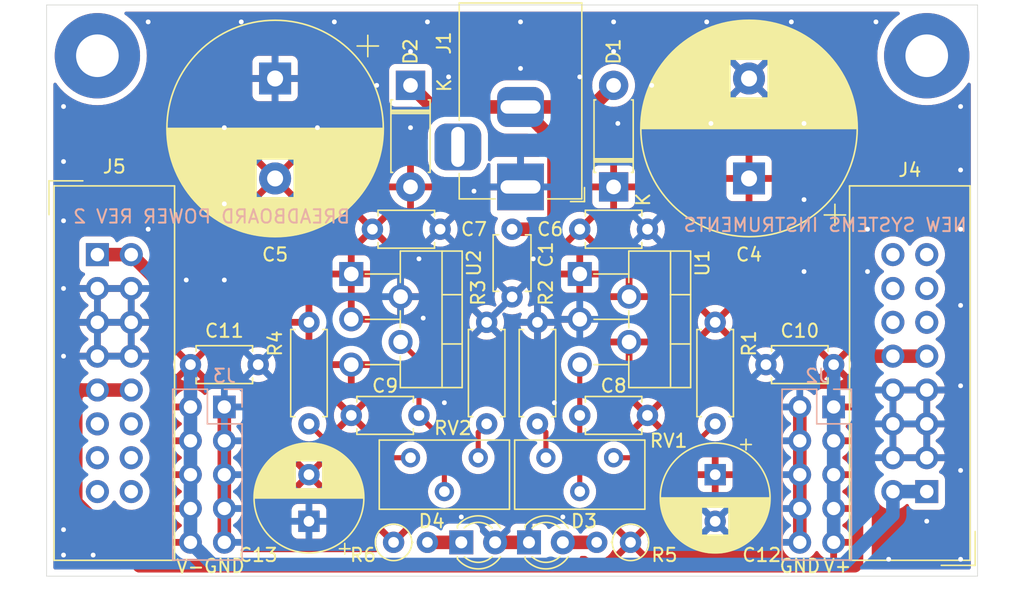
<source format=kicad_pcb>
(kicad_pcb (version 20211014) (generator pcbnew)
  (layers (0 "F.Cu" signal) (31 "B.Cu" signal) (34 "B.Paste" user) (35 "F.Paste" user) (36 "B.SilkS" user "B.Silkscreen") (37 "F.SilkS" user "F.Silkscreen") (38 "B.Mask" user) (39 "F.Mask" user) (44 "Edge.Cuts" user))
  (net 0 "")
  (net 1 "Net-(C1-Pad2)")
  (net 2 "Net-(C4-Pad1)")
  (net 3 "Net-(C5-Pad2)")
  (net 4 "Net-(C8-Pad2)")
  (net 5 "VCC")
  (net 6 "VEE")
  (net 7 "Net-(C9-Pad1)")
  (net 8 "GND")
  (net 9 "Net-(D3-Pad2)")
  (net 10 "Net-(D4-Pad1)")
  (net 11 "Net-(R1-Pad2)")
  (net 12 "Net-(R2-Pad1)")
  (net 13 "Net-(R3-Pad2)")
  (net 14 "Net-(R4-Pad1)")
  (footprint "NSI Footprints:C_Disc_D4mm_W2.6mm_P5.08mm" (layer "F.Cu") (at 1.27 1.905 90)
    (fp_text reference "C1" (at 3.175 2.54 90) (layer "F.SilkS"))
    (fp_text value "47n")
    (pad "1" thru_hole circle locked (at 0 0 90) (size 1.6 1.6) (drill 0.8) (layers *.Cu *.Mask) (net 8 "GND"))
    (pad "2" thru_hole circle locked (at 5.08 0 90) (size 1.6 1.6) (drill 0.8) (layers *.Cu *.Mask) (net 1 "Net-(C1-Pad2)"))
  )
  (footprint "Capacitor_THT:CP_Radial_D16.0mm_P7.50mm" (layer "F.Cu") (at 19.05 -6.985 90)
    (fp_text reference "C4" (at -5.715 0 180) (layer "F.SilkS"))
    (fp_text value "3300u")
    (pad "1" thru_hole rect locked (at 0 0 90) (size 2.4 2.4) (drill 1.2) (layers *.Cu *.Mask) (net 2 "Net-(C4-Pad1)"))
    (pad "2" thru_hole circle locked (at 7.5 0 90) (size 2.4 2.4) (drill 1.2) (layers *.Cu *.Mask) (net 8 "GND"))
  )
  (footprint "Capacitor_THT:CP_Radial_D16.0mm_P7.50mm" (layer "F.Cu") (at -16.51 -14.485 -90)
    (fp_text reference "C5" (at 13.215 0) (layer "F.SilkS"))
    (fp_text value "3300u")
    (pad "1" thru_hole rect locked (at 0 0 270) (size 2.4 2.4) (drill 1.2) (layers *.Cu *.Mask) (net 8 "GND"))
    (pad "2" thru_hole circle locked (at 7.5 0 270) (size 2.4 2.4) (drill 1.2) (layers *.Cu *.Mask) (net 3 "Net-(C5-Pad2)"))
  )
  (footprint "NSI Footprints:C_Disc_D4mm_W2.6mm_P5.08mm" (layer "F.Cu") (at 6.35 -3.175)
    (fp_text reference "C6" (at -2.2225 0) (layer "F.SilkS"))
    (fp_text value "100n")
    (pad "1" thru_hole circle locked (at 0 0) (size 1.6 1.6) (drill 0.8) (layers *.Cu *.Mask) (net 2 "Net-(C4-Pad1)"))
    (pad "2" thru_hole circle locked (at 5.08 0) (size 1.6 1.6) (drill 0.8) (layers *.Cu *.Mask) (net 8 "GND"))
  )
  (footprint "NSI Footprints:C_Disc_D4mm_W2.6mm_P5.08mm" (layer "F.Cu") (at -4.1275 -3.175 180)
    (fp_text reference "C7" (at -2.54 0 180) (layer "F.SilkS"))
    (fp_text value "100n")
    (pad "1" thru_hole circle locked (at 0 0 180) (size 1.6 1.6) (drill 0.8) (layers *.Cu *.Mask) (net 8 "GND"))
    (pad "2" thru_hole circle locked (at 5.08 0 180) (size 1.6 1.6) (drill 0.8) (layers *.Cu *.Mask) (net 3 "Net-(C5-Pad2)"))
  )
  (footprint "NSI Footprints:C_Disc_D4mm_W2.6mm_P5.08mm" (layer "F.Cu") (at 11.43 10.795 180)
    (fp_text reference "C8" (at 2.54 2.2225 180) (layer "F.SilkS"))
    (fp_text value "100n")
    (pad "1" thru_hole circle locked (at 0 0 180) (size 1.6 1.6) (drill 0.8) (layers *.Cu *.Mask) (net 5 "VCC"))
    (pad "2" thru_hole circle locked (at 5.08 0 180) (size 1.6 1.6) (drill 0.8) (layers *.Cu *.Mask) (net 4 "Net-(C8-Pad2)"))
  )
  (footprint "NSI Footprints:C_Disc_D4mm_W2.6mm_P5.08mm" (layer "F.Cu") (at -5.715 10.795 180)
    (fp_text reference "C9" (at 2.54 2.2225 180) (layer "F.SilkS"))
    (fp_text value "100n")
    (pad "1" thru_hole circle locked (at 0 0 180) (size 1.6 1.6) (drill 0.8) (layers *.Cu *.Mask) (net 7 "Net-(C9-Pad1)"))
    (pad "2" thru_hole circle locked (at 5.08 0 180) (size 1.6 1.6) (drill 0.8) (layers *.Cu *.Mask) (net 6 "VEE"))
  )
  (footprint "NSI Footprints:C_Disc_D4mm_W2.6mm_P5.08mm" (layer "F.Cu") (at 25.4 6.985 180)
    (fp_text reference "C10" (at 2.54 2.54 180) (layer "F.SilkS"))
    (fp_text value "100n")
    (pad "1" thru_hole circle locked (at 0 0 180) (size 1.6 1.6) (drill 0.8) (layers *.Cu *.Mask) (net 5 "VCC"))
    (pad "2" thru_hole circle locked (at 5.08 0 180) (size 1.6 1.6) (drill 0.8) (layers *.Cu *.Mask) (net 8 "GND"))
  )
  (footprint "NSI Footprints:C_Disc_D4mm_W2.6mm_P5.08mm" (layer "F.Cu") (at -17.78 6.985 180)
    (fp_text reference "C11" (at 2.54 2.54 180) (layer "F.SilkS"))
    (fp_text value "100n")
    (pad "1" thru_hole circle locked (at 0 0 180) (size 1.6 1.6) (drill 0.8) (layers *.Cu *.Mask) (net 8 "GND"))
    (pad "2" thru_hole circle locked (at 5.08 0 180) (size 1.6 1.6) (drill 0.8) (layers *.Cu *.Mask) (net 6 "VEE"))
  )
  (footprint "Capacitor_THT:CP_Radial_D8.0mm_P3.50mm" (layer "F.Cu") (at 16.51 15.24 -90)
    (fp_text reference "C12" (at 6.0325 -3.4925) (layer "F.SilkS"))
    (fp_text value "220u")
    (pad "1" thru_hole rect locked (at 0 0 270) (size 1.6 1.6) (drill 0.8) (layers *.Cu *.Mask) (net 5 "VCC"))
    (pad "2" thru_hole circle locked (at 3.5 0 270) (size 1.6 1.6) (drill 0.8) (layers *.Cu *.Mask) (net 8 "GND"))
  )
  (footprint "Capacitor_THT:CP_Radial_D8.0mm_P3.50mm" (layer "F.Cu") (at -13.97 18.74 90)
    (fp_text reference "C13" (at -2.5325 -3.81 180) (layer "F.SilkS"))
    (fp_text value "220u")
    (pad "1" thru_hole rect locked (at 0 0 90) (size 1.6 1.6) (drill 0.8) (layers *.Cu *.Mask) (net 8 "GND"))
    (pad "2" thru_hole circle locked (at 3.5 0 90) (size 1.6 1.6) (drill 0.8) (layers *.Cu *.Mask) (net 6 "VEE"))
  )
  (footprint "Diode_THT:D_DO-41_SOD81_P7.62mm_Horizontal" (layer "F.Cu") (at 8.89 -6.35 90)
    (fp_text reference "D1" (at 10.16 0 90) (layer "F.SilkS"))
    (fp_text value "1N5822")
    (fp_text user "K" (at -0.9525 2.2225 90) (layer "F.SilkS"))
    (pad "1" thru_hole rect locked (at 0 0 90) (size 2.2 2.2) (drill 1.1) (layers *.Cu *.Mask) (net 2 "Net-(C4-Pad1)"))
    (pad "2" thru_hole oval locked (at 7.62 0 90) (size 2.2 2.2) (drill 1.1) (layers *.Cu *.Mask) (net 1 "Net-(C1-Pad2)"))
  )
  (footprint "Diode_THT:D_DO-41_SOD81_P7.62mm_Horizontal" (layer "F.Cu") (at -6.35 -13.97 -90)
    (fp_text reference "D2" (at -2.54 0 -90) (layer "F.SilkS"))
    (fp_text value "1N5822")
    (fp_text user "K" (at 0 -2.54 -90) (layer "F.SilkS"))
    (pad "1" thru_hole rect locked (at 0 0 270) (size 2.2 2.2) (drill 1.1) (layers *.Cu *.Mask) (net 1 "Net-(C1-Pad2)"))
    (pad "2" thru_hole oval locked (at 7.62 0 270) (size 2.2 2.2) (drill 1.1) (layers *.Cu *.Mask) (net 3 "Net-(C5-Pad2)"))
  )
  (footprint "LED_THT:LED_D3.0mm" (layer "F.Cu") (at 3.81 20.32)
    (fp_text reference "D3" (at 2.8575 -1.5875) (layer "F.SilkS"))
    (fp_text value "WP710A10LSECK/J3")
    (pad "1" thru_hole rect locked (at -1.27 0) (size 1.8 1.8) (drill 0.9) (layers *.Cu *.Mask) (net 8 "GND"))
    (pad "2" thru_hole circle locked (at 1.27 0) (size 1.8 1.8) (drill 0.9) (layers *.Cu *.Mask) (net 9 "Net-(D3-Pad2)"))
  )
  (footprint "LED_THT:LED_D3.0mm" (layer "F.Cu") (at -1.27 20.32)
    (fp_text reference "D4" (at -3.4925 -1.5875) (layer "F.SilkS"))
    (fp_text value "WP710A10LVBC/D")
    (pad "1" thru_hole rect locked (at -1.27 0) (size 1.8 1.8) (drill 0.9) (layers *.Cu *.Mask) (net 10 "Net-(D4-Pad1)"))
    (pad "2" thru_hole circle locked (at 1.27 0) (size 1.8 1.8) (drill 0.9) (layers *.Cu *.Mask) (net 8 "GND"))
  )
  (footprint "Connector_BarrelJack:BarrelJack_Horizontal" (layer "F.Cu") (at 1.905 -6.35 -90)
    (fp_text reference "J1" (at -10.795 5.75 -90) (layer "F.SilkS"))
    (fp_text value "Barrel_Jack")
    (pad "1" thru_hole rect locked (at 0 0 270) (size 3.5 3.5) (drill oval 1 3) (layers *.Cu *.Mask) (net 8 "GND"))
    (pad "2" thru_hole roundrect locked (at -6 0 270) (size 3 3.5) (drill oval 1 3) (layers *.Cu *.Mask) (net 1 "Net-(C1-Pad2)"))
    (pad "3" thru_hole roundrect locked (at -3 4.7 270) (size 3.5 3.5) (drill oval 3 1) (layers *.Cu *.Mask))
  )
  (footprint "Resistor_THT:R_Axial_DIN0207_L6.3mm_D2.5mm_P7.62mm_Horizontal" (layer "F.Cu") (at 16.51 3.81 -90)
    (fp_text reference "R1" (at 1.5875 -2.54 -90) (layer "F.SilkS"))
    (fp_text value "150k")
    (pad "1" thru_hole circle locked (at 0 0 270) (size 1.6 1.6) (drill 0.8) (layers *.Cu *.Mask) (net 5 "VCC"))
    (pad "2" thru_hole oval locked (at 7.62 0 270) (size 1.6 1.6) (drill 0.8) (layers *.Cu *.Mask) (net 11 "Net-(R1-Pad2)"))
  )
  (footprint "Resistor_THT:R_Axial_DIN0207_L6.3mm_D2.5mm_P7.62mm_Horizontal" (layer "F.Cu") (at 3.175 11.43 90)
    (fp_text reference "R2" (at 9.8425 0.635 90) (layer "F.SilkS"))
    (fp_text value "13k")
    (pad "1" thru_hole circle locked (at 0 0 90) (size 1.6 1.6) (drill 0.8) (layers *.Cu *.Mask) (net 12 "Net-(R2-Pad1)"))
    (pad "2" thru_hole oval locked (at 7.62 0 90) (size 1.6 1.6) (drill 0.8) (layers *.Cu *.Mask) (net 8 "GND"))
  )
  (footprint "Resistor_THT:R_Axial_DIN0207_L6.3mm_D2.5mm_P7.62mm_Horizontal" (layer "F.Cu") (at -0.635 3.81 -90)
    (fp_text reference "R3" (at -2.2225 0.635 -90) (layer "F.SilkS"))
    (fp_text value "13k")
    (pad "1" thru_hole circle locked (at 0 0 270) (size 1.6 1.6) (drill 0.8) (layers *.Cu *.Mask) (net 8 "GND"))
    (pad "2" thru_hole oval locked (at 7.62 0 270) (size 1.6 1.6) (drill 0.8) (layers *.Cu *.Mask) (net 13 "Net-(R3-Pad2)"))
  )
  (footprint "Resistor_THT:R_Axial_DIN0207_L6.3mm_D2.5mm_P7.62mm_Horizontal" (layer "F.Cu") (at -13.97 11.43 90)
    (fp_text reference "R4" (at 6.0325 -2.54 90) (layer "F.SilkS"))
    (fp_text value "160k")
    (pad "1" thru_hole circle locked (at 0 0 90) (size 1.6 1.6) (drill 0.8) (layers *.Cu *.Mask) (net 14 "Net-(R4-Pad1)"))
    (pad "2" thru_hole oval locked (at 7.62 0 90) (size 1.6 1.6) (drill 0.8) (layers *.Cu *.Mask) (net 6 "VEE"))
  )
  (footprint "Resistor_THT:R_Axial_DIN0207_L6.3mm_D2.5mm_P2.54mm_Vertical" (layer "F.Cu") (at 10.16 20.32 180)
    (fp_text reference "R5" (at -2.54 -0.9525 180) (layer "F.SilkS"))
    (fp_text value "5.1k")
    (pad "1" thru_hole circle locked (at 0 0 180) (size 1.6 1.6) (drill 0.8) (layers *.Cu *.Mask) (net 5 "VCC"))
    (pad "2" thru_hole oval locked (at 2.54 0 180) (size 1.6 1.6) (drill 0.8) (layers *.Cu *.Mask) (net 9 "Net-(D3-Pad2)"))
  )
  (footprint "Resistor_THT:R_Axial_DIN0207_L6.3mm_D2.5mm_P2.54mm_Vertical" (layer "F.Cu") (at -7.62 20.32)
    (fp_text reference "R6" (at -2.2925 0.9525) (layer "F.SilkS"))
    (fp_text value "4.7k")
    (pad "1" thru_hole circle locked (at 0 0) (size 1.6 1.6) (drill 0.8) (layers *.Cu *.Mask) (net 6 "VEE"))
    (pad "2" thru_hole oval locked (at 2.54 0) (size 1.6 1.6) (drill 0.8) (layers *.Cu *.Mask) (net 10 "Net-(D4-Pad1)"))
  )
  (footprint "NSI Footprints:Potentiometer_TT_67Y_Vertical" (layer "F.Cu") (at 8.89 13.97)
    (fp_text reference "RV1" (at 4.1275 -1.27) (layer "F.SilkS"))
    (fp_text value "20k")
    (pad "1" thru_hole circle locked (at 0 0) (size 1.44 1.44) (drill 0.8) (layers *.Cu *.Mask) (net 11 "Net-(R1-Pad2)"))
    (pad "2" thru_hole circle locked (at -2.54 2.54) (size 1.44 1.44) (drill 0.8) (layers *.Cu *.Mask) (net 4 "Net-(C8-Pad2)"))
    (pad "3" thru_hole circle locked (at -5.08 0) (size 1.44 1.44) (drill 0.8) (layers *.Cu *.Mask) (net 12 "Net-(R2-Pad1)"))
  )
  (footprint "NSI Footprints:Potentiometer_TT_67Y_Vertical" (layer "F.Cu") (at -1.27 13.97)
    (fp_text reference "RV2" (at -1.905 -2.2225) (layer "F.SilkS"))
    (fp_text value "20k")
    (pad "1" thru_hole circle locked (at 0 0) (size 1.44 1.44) (drill 0.8) (layers *.Cu *.Mask) (net 13 "Net-(R3-Pad2)"))
    (pad "2" thru_hole circle locked (at -2.54 2.54) (size 1.44 1.44) (drill 0.8) (layers *.Cu *.Mask) (net 7 "Net-(C9-Pad1)"))
    (pad "3" thru_hole circle locked (at -5.08 0) (size 1.44 1.44) (drill 0.8) (layers *.Cu *.Mask) (net 14 "Net-(R4-Pad1)"))
  )
  (footprint "Package_TO_SOT_THT:TO-220-5_P3.4x3.7mm_StaggerOdd_Lead3.8mm_Vertical" (layer "F.Cu") (at 6.35 0.185 -90)
    (fp_text reference "U1" (at -0.82 -9.2075 -90) (layer "F.SilkS"))
    (fp_text value "LT1963")
    (pad "1" thru_hole rect locked (at 0 0 270) (size 1.8 1.8) (drill 1.1) (layers *.Cu *.Mask) (net 2 "Net-(C4-Pad1)"))
    (pad "2" thru_hole oval locked (at 1.7 -3.7 270) (size 1.8 1.8) (drill 1.1) (layers *.Cu *.Mask) (net 2 "Net-(C4-Pad1)"))
    (pad "3" thru_hole oval locked (at 3.4 0 270) (size 1.8 1.8) (drill 1.1) (layers *.Cu *.Mask) (net 8 "GND"))
    (pad "4" thru_hole oval locked (at 5.1 -3.7 270) (size 1.8 1.8) (drill 1.1) (layers *.Cu *.Mask) (net 5 "VCC"))
    (pad "5" thru_hole oval locked (at 6.8 0 270) (size 1.8 1.8) (drill 1.1) (layers *.Cu *.Mask) (net 4 "Net-(C8-Pad2)"))
  )
  (footprint "Package_TO_SOT_THT:TO-220-5_P3.4x3.7mm_StaggerOdd_Lead3.8mm_Vertical" (layer "F.Cu") (at -10.795 0.185 -90)
    (fp_text reference "U2" (at -0.82 -9.2075 -90) (layer "F.SilkS"))
    (fp_text value "LT3015")
    (pad "1" thru_hole rect locked (at 0 0 270) (size 1.8 1.8) (drill 1.1) (layers *.Cu *.Mask) (net 3 "Net-(C5-Pad2)"))
    (pad "2" thru_hole oval locked (at 1.7 -3.7 270) (size 1.8 1.8) (drill 1.1) (layers *.Cu *.Mask) (net 8 "GND"))
    (pad "3" thru_hole oval locked (at 3.4 0 270) (size 1.8 1.8) (drill 1.1) (layers *.Cu *.Mask) (net 3 "Net-(C5-Pad2)"))
    (pad "4" thru_hole oval locked (at 5.1 -3.7 270) (size 1.8 1.8) (drill 1.1) (layers *.Cu *.Mask) (net 7 "Net-(C9-Pad1)"))
    (pad "5" thru_hole oval locked (at 6.8 0 270) (size 1.8 1.8) (drill 1.1) (layers *.Cu *.Mask) (net 6 "VEE"))
  )
  (footprint "MountingHole:MountingHole_3.2mm_M3_Pad" (layer "F.Cu") (at -29.845 -16.1925)
    (fp_text reference "H1" hide)
    (fp_text value "M3 Standoff")
    (pad "1" thru_hole circle (at 0 0) (size 6.4 6.4) (drill 3.2) (layers *.Cu *.Mask))
  )
  (footprint "MountingHole:MountingHole_3.2mm_M3_Pad" (layer "F.Cu") (at 32.385 -16.1925)
    (fp_text reference "H2" hide)
    (fp_text value "M3 Standoff")
    (pad "1" thru_hole circle (at 0 0) (size 6.4 6.4) (drill 3.2) (layers *.Cu *.Mask))
  )
  (footprint "Connector_IDC:IDC-Header_2x08_P2.54mm_Vertical" (layer "F.Cu") (at 32.385 16.51 180)
    (fp_text reference "J4" (at 1.27 24.13 180) (layer "F.SilkS"))
    (fp_text value "Conn_02x08_Odd_Even")
    (pad "1" thru_hole rect locked (at 0 0 180) (size 1.7272 1.7272) (drill 1.016) (layers *.Cu *.Mask) (net 6 "VEE"))
    (pad "2" thru_hole oval locked (at 2.54 0 180) (size 1.7272 1.7272) (drill 1.016) (layers *.Cu *.Mask) (net 6 "VEE"))
    (pad "3" thru_hole oval locked (at 0 2.54 180) (size 1.7272 1.7272) (drill 1.016) (layers *.Cu *.Mask) (net 8 "GND"))
    (pad "4" thru_hole oval locked (at 2.54 2.54 180) (size 1.7272 1.7272) (drill 1.016) (layers *.Cu *.Mask) (net 8 "GND"))
    (pad "5" thru_hole oval locked (at 0 5.08 180) (size 1.7272 1.7272) (drill 1.016) (layers *.Cu *.Mask) (net 8 "GND"))
    (pad "6" thru_hole oval locked (at 2.54 5.08 180) (size 1.7272 1.7272) (drill 1.016) (layers *.Cu *.Mask) (net 8 "GND"))
    (pad "7" thru_hole oval locked (at 0 7.62 180) (size 1.7272 1.7272) (drill 1.016) (layers *.Cu *.Mask) (net 8 "GND"))
    (pad "8" thru_hole oval locked (at 2.54 7.62 180) (size 1.7272 1.7272) (drill 1.016) (layers *.Cu *.Mask) (net 8 "GND"))
    (pad "9" thru_hole oval locked (at 0 10.16 180) (size 1.7272 1.7272) (drill 1.016) (layers *.Cu *.Mask) (net 5 "VCC"))
    (pad "10" thru_hole oval locked (at 2.54 10.16 180) (size 1.7272 1.7272) (drill 1.016) (layers *.Cu *.Mask) (net 5 "VCC"))
    (pad "11" thru_hole oval locked (at 0 12.7 180) (size 1.7272 1.7272) (drill 1.016) (layers *.Cu *.Mask))
    (pad "12" thru_hole oval locked (at 2.54 12.7 180) (size 1.7272 1.7272) (drill 1.016) (layers *.Cu *.Mask))
    (pad "13" thru_hole oval locked (at 0 15.24 180) (size 1.7272 1.7272) (drill 1.016) (layers *.Cu *.Mask))
    (pad "14" thru_hole oval locked (at 2.54 15.24 180) (size 1.7272 1.7272) (drill 1.016) (layers *.Cu *.Mask))
    (pad "15" thru_hole oval locked (at 0 17.78 180) (size 1.7272 1.7272) (drill 1.016) (layers *.Cu *.Mask))
    (pad "16" thru_hole oval locked (at 2.54 17.78 180) (size 1.7272 1.7272) (drill 1.016) (layers *.Cu *.Mask))
  )
  (footprint "Connector_IDC:IDC-Header_2x08_P2.54mm_Vertical" (layer "F.Cu") (at -29.845 -1.27)
    (fp_text reference "J5" (at 1.27 -6.604) (layer "F.SilkS"))
    (fp_text value "Conn_02x08_Odd_Even")
    (pad "1" thru_hole rect locked (at 0 0) (size 1.7272 1.7272) (drill 1.016) (layers *.Cu *.Mask) (net 6 "VEE"))
    (pad "2" thru_hole oval locked (at 2.54 0) (size 1.7272 1.7272) (drill 1.016) (layers *.Cu *.Mask) (net 6 "VEE"))
    (pad "3" thru_hole oval locked (at 0 2.54) (size 1.7272 1.7272) (drill 1.016) (layers *.Cu *.Mask) (net 8 "GND"))
    (pad "4" thru_hole oval locked (at 2.54 2.54) (size 1.7272 1.7272) (drill 1.016) (layers *.Cu *.Mask) (net 8 "GND"))
    (pad "5" thru_hole oval locked (at 0 5.08) (size 1.7272 1.7272) (drill 1.016) (layers *.Cu *.Mask) (net 8 "GND"))
    (pad "6" thru_hole oval locked (at 2.54 5.08) (size 1.7272 1.7272) (drill 1.016) (layers *.Cu *.Mask) (net 8 "GND"))
    (pad "7" thru_hole oval locked (at 0 7.62) (size 1.7272 1.7272) (drill 1.016) (layers *.Cu *.Mask) (net 8 "GND"))
    (pad "8" thru_hole oval locked (at 2.54 7.62) (size 1.7272 1.7272) (drill 1.016) (layers *.Cu *.Mask) (net 8 "GND"))
    (pad "9" thru_hole oval locked (at 0 10.16) (size 1.7272 1.7272) (drill 1.016) (layers *.Cu *.Mask) (net 5 "VCC"))
    (pad "10" thru_hole oval locked (at 2.54 10.16) (size 1.7272 1.7272) (drill 1.016) (layers *.Cu *.Mask) (net 5 "VCC"))
    (pad "11" thru_hole oval locked (at 0 12.7) (size 1.7272 1.7272) (drill 1.016) (layers *.Cu *.Mask))
    (pad "12" thru_hole oval locked (at 2.54 12.7) (size 1.7272 1.7272) (drill 1.016) (layers *.Cu *.Mask))
    (pad "13" thru_hole oval locked (at 0 15.24) (size 1.7272 1.7272) (drill 1.016) (layers *.Cu *.Mask))
    (pad "14" thru_hole oval locked (at 2.54 15.24) (size 1.7272 1.7272) (drill 1.016) (layers *.Cu *.Mask))
    (pad "15" thru_hole oval locked (at 0 17.78) (size 1.7272 1.7272) (drill 1.016) (layers *.Cu *.Mask))
    (pad "16" thru_hole oval locked (at 2.54 17.78) (size 1.7272 1.7272) (drill 1.016) (layers *.Cu *.Mask))
  )
  (footprint "Connector_PinHeader_2.54mm:PinHeader_2x05_P2.54mm_Vertical" (layer "B.Cu") (at 25.4 10.16 180)
    (fp_text reference "J2" (at 1.27 2.33 180) (layer "B.SilkS") (effects (justify mirror)))
    (fp_text value "Conn_02x05_Odd_Even")
    (pad "1" thru_hole rect locked (at 0 0 180) (size 1.7 1.7) (drill 1) (layers *.Cu *.Mask) (net 5 "VCC"))
    (pad "2" thru_hole oval locked (at 2.54 0 180) (size 1.7 1.7) (drill 1) (layers *.Cu *.Mask) (net 8 "GND"))
    (pad "3" thru_hole oval locked (at 0 -2.54 180) (size 1.7 1.7) (drill 1) (layers *.Cu *.Mask) (net 5 "VCC"))
    (pad "4" thru_hole oval locked (at 2.54 -2.54 180) (size 1.7 1.7) (drill 1) (layers *.Cu *.Mask) (net 8 "GND"))
    (pad "5" thru_hole oval locked (at 0 -5.08 180) (size 1.7 1.7) (drill 1) (layers *.Cu *.Mask) (net 5 "VCC"))
    (pad "6" thru_hole oval locked (at 2.54 -5.08 180) (size 1.7 1.7) (drill 1) (layers *.Cu *.Mask) (net 8 "GND"))
    (pad "7" thru_hole oval locked (at 0 -7.62 180) (size 1.7 1.7) (drill 1) (layers *.Cu *.Mask) (net 5 "VCC"))
    (pad "8" thru_hole oval locked (at 2.54 -7.62 180) (size 1.7 1.7) (drill 1) (layers *.Cu *.Mask) (net 8 "GND"))
    (pad "9" thru_hole oval locked (at 0 -10.16 180) (size 1.7 1.7) (drill 1) (layers *.Cu *.Mask) (net 5 "VCC"))
    (pad "10" thru_hole oval locked (at 2.54 -10.16 180) (size 1.7 1.7) (drill 1) (layers *.Cu *.Mask) (net 8 "GND"))
  )
  (footprint "Connector_PinHeader_2.54mm:PinHeader_2x05_P2.54mm_Vertical" (layer "B.Cu") (at -20.32 10.16 180)
    (fp_text reference "J3" (at -0.0075 2.33 180) (layer "B.SilkS") (effects (justify mirror)))
    (fp_text value "Conn_02x05_Odd_Even")
    (pad "1" thru_hole rect locked (at 0 0 180) (size 1.7 1.7) (drill 1) (layers *.Cu *.Mask) (net 8 "GND"))
    (pad "2" thru_hole oval locked (at 2.54 0 180) (size 1.7 1.7) (drill 1) (layers *.Cu *.Mask) (net 6 "VEE"))
    (pad "3" thru_hole oval locked (at 0 -2.54 180) (size 1.7 1.7) (drill 1) (layers *.Cu *.Mask) (net 8 "GND"))
    (pad "4" thru_hole oval locked (at 2.54 -2.54 180) (size 1.7 1.7) (drill 1) (layers *.Cu *.Mask) (net 6 "VEE"))
    (pad "5" thru_hole oval locked (at 0 -5.08 180) (size 1.7 1.7) (drill 1) (layers *.Cu *.Mask) (net 8 "GND"))
    (pad "6" thru_hole oval locked (at 2.54 -5.08 180) (size 1.7 1.7) (drill 1) (layers *.Cu *.Mask) (net 6 "VEE"))
    (pad "7" thru_hole oval locked (at 0 -7.62 180) (size 1.7 1.7) (drill 1) (layers *.Cu *.Mask) (net 8 "GND"))
    (pad "8" thru_hole oval locked (at 2.54 -7.62 180) (size 1.7 1.7) (drill 1) (layers *.Cu *.Mask) (net 6 "VEE"))
    (pad "9" thru_hole oval locked (at 0 -10.16 180) (size 1.7 1.7) (drill 1) (layers *.Cu *.Mask) (net 8 "GND"))
    (pad "10" thru_hole oval locked (at 2.54 -10.16 180) (size 1.7 1.7) (drill 1) (layers *.Cu *.Mask) (net 6 "VEE"))
  )
  (gr_line (start -33.655 22.86) (end 36.195 22.86) (layer "Edge.Cuts") (width 0.05))
  (gr_line (start -33.655 -20.0025) (end -33.655 22.86) (layer "Edge.Cuts") (width 0.05))
  (gr_line (start 36.195 -20.0025) (end -33.655 -20.0025) (layer "Edge.Cuts") (width 0.05))
  (gr_line (start 36.195 22.86) (end 36.195 -20.0025) (layer "Edge.Cuts") (width 0.05))
  (gr_text "NEW SYSTEMS INSTRUMENTS" (at 24.765 -3.4925) (layer "B.SilkS") (effects (font (size 1 1)) (justify mirror)))
  (gr_text "BREADBOARD POWER REV 2" (at -21.2725 -4.1275) (layer "B.SilkS") (effects (font (size 1 1)) (justify mirror)))
  (gr_text "V-" (at -22.871875 22.140625) (layer "F.SilkS") (effects (font (size 1 1))))
  (gr_text "V+" (at 25.675 22.1) (layer "F.SilkS") (effects (font (size 1 1))))
  (gr_text "GND" (at -20.32 22.1) (layer "F.SilkS") (effects (font (size 1 1))))
  (gr_text "GND" (at 22.871875 22.1) (layer "F.SilkS") (effects (font (size 1 1))))
  (segment (start -6.35 -13.97) (end -4.73 -12.35) (width 1.016) (layer "F.Cu") (net 1))
  (segment (start 1.27 -3.175) (end 4.038238 -3.175) (width 1.016) (layer "F.Cu") (net 1))
  (segment (start 8.89 -13.97) (end 7.27 -12.35) (width 1.016) (layer "F.Cu") (net 1))
  (segment (start 7.27 -12.35) (end 1.905 -12.35) (width 1.016) (layer "F.Cu") (net 1))
  (segment (start 4.417001 -9.837999) (end 3.365455 -10.889545) (width 1.016) (layer "F.Cu") (net 1))
  (segment (start 3.365455 -10.889545) (end 1.905 -12.35) (width 1.016) (layer "F.Cu") (net 1))
  (segment (start 4.038238 -3.175) (end 4.417001 -3.553763) (width 1.016) (layer "F.Cu") (net 1))
  (segment (start 4.417001 -3.553763) (end 4.417001 -9.837999) (width 1.016) (layer "F.Cu") (net 1))
  (segment (start -4.73 -12.35) (end 1.905 -12.35) (width 1.016) (layer "F.Cu") (net 1))
  (segment (start 6.35 10.795) (end 6.35 6.985) (width 0.381) (layer "F.Cu") (net 4))
  (segment (start 6.35 16.51) (end 6.35 10.795) (width 0.381) (layer "F.Cu") (net 4))
  (segment (start -31.470601 9.294287) (end -31.470601 17.290289) (width 1.016) (layer "F.Cu") (net 5))
  (segment (start -22.37701 22.07299) (end 23.64701 22.07299) (width 1.016) (layer "F.Cu") (net 5))
  (segment (start -29.845 8.89) (end -31.066314 8.89) (width 1.016) (layer "F.Cu") (net 5))
  (segment (start -29.845 8.89) (end -27.305 8.89) (width 1.016) (layer "F.Cu") (net 5))
  (segment (start 29.845 6.35) (end 32.385 6.35) (width 1.016) (layer "F.Cu") (net 5))
  (segment (start -31.470601 17.290289) (end -26.6879 22.07299) (width 1.016) (layer "F.Cu") (net 5))
  (segment (start 23.64701 22.07299) (end 26.9875 22.07299) (width 1.016) (layer "F.Cu") (net 5))
  (segment (start 29.845 6.35) (end 27.305 6.35) (width 1.016) (layer "F.Cu") (net 5))
  (segment (start -31.066314 8.89) (end -31.470601 9.294287) (width 1.016) (layer "F.Cu") (net 5))
  (segment (start -26.6879 22.07299) (end -22.37701 22.07299) (width 1.016) (layer "F.Cu") (net 5))
  (segment (start 25.4 20.32) (end 25.4 10.16) (width 1.016) (layer "B.Cu") (net 5))
  (segment (start 25.4 10.16) (end 25.4 6.985) (width 1.016) (layer "B.Cu") (net 5))
  (segment (start -25.4 0.635) (end -25.4 1.5875) (width 1.016) (layer "F.Cu") (net 6))
  (segment (start -27.305 -1.27) (end -29.845 -1.27) (width 1.016) (layer "F.Cu") (net 6))
  (segment (start -27.305 -1.27) (end -25.4 0.635) (width 1.016) (layer "F.Cu") (net 6))
  (segment (start -25.4 1.5875) (end -24.4475 2.54) (width 1.016) (layer "F.Cu") (net 6))
  (segment (start 4.049601 21.982001) (end -21.197999 21.982001) (width 1.016) (layer "B.Cu") (net 6))
  (segment (start -21.197999 21.982001) (end -22.010001 21.169999) (width 1.016) (layer "B.Cu") (net 6))
  (segment (start -22.86 19.685) (end -22.86 9.525) (width 1.016) (layer "B.Cu") (net 6))
  (segment (start -22.86 10.16) (end -22.86 6.985) (width 1.016) (layer "B.Cu") (net 6))
  (segment (start 4.124102 21.9075) (end 4.049601 21.982001) (width 1.016) (layer "B.Cu") (net 6))
  (segment (start 26.123761 21.982001) (end 4.282239 21.982001) (width 1.016) (layer "B.Cu") (net 6))
  (segment (start -22.010001 21.169999) (end -22.86 20.32) (width 1.016) (layer "B.Cu") (net 6))
  (segment (start 29.845 18.260762) (end 26.123761 21.982001) (width 1.016) (layer "B.Cu") (net 6))
  (segment (start 29.845 16.51) (end 32.385 16.51) (width 1.016) (layer "B.Cu") (net 6))
  (segment (start 29.845 16.51) (end 29.845 18.260762) (width 1.016) (layer "B.Cu") (net 6))
  (segment (start 4.282239 21.982001) (end 4.207738 21.9075) (width 1.016) (layer "B.Cu") (net 6))
  (segment (start 4.207738 21.9075) (end 4.124102 21.9075) (width 1.016) (layer "B.Cu") (net 6))
  (segment (start -3.81 16.51) (end -3.81 12.7) (width 0.381) (layer "F.Cu") (net 7))
  (segment (start -5.715 10.795) (end -5.715 6.665) (width 0.381) (layer "F.Cu") (net 7))
  (segment (start -3.81 12.7) (end -5.715 10.795) (width 0.381) (layer "F.Cu") (net 7))
  (segment (start -5.715 6.665) (end -7.095 5.285) (width 0.381) (layer "F.Cu") (net 7))
  (segment (start 2.54 20.32) (end 0 20.32) (width 1.016) (layer "F.Cu") (net 8))
  (segment (start 22.86 10.16) (end 22.86 20.32) (width 1.016) (layer "F.Cu") (net 8))
  (segment (start -20.32 10.16) (end -20.32 20.32) (width 1.016) (layer "F.Cu") (net 8))
  (via (at 34.925 8.5725) (size 0.790763) (drill 0.358963) (layers "F.Cu" "B.Cu") (net 8))
  (via (at 11.7475 -13.97) (size 0.790763) (drill 0.358963) (layers "F.Cu" "B.Cu") (net 8))
  (via (at 34.925 -12.3825) (size 0.790763) (drill 0.358963) (layers "F.Cu" "B.Cu") (net 8))
  (via (at 5.08 18.415) (size 0.790763) (drill 0.358963) (layers "F.Cu" "B.Cu") (net 8))
  (via (at 16.1925 -11.1125) (size 0.790763) (drill 0.358963) (layers "F.Cu" "B.Cu") (net 8))
  (via (at -32.385 6.35) (size 0.790763) (drill 0.358963) (layers "F.Cu" "B.Cu") (net 8))
  (via (at -5.715 -0.9525) (size 0.790763) (drill 0.358963) (layers "F.Cu" "B.Cu") (net 8))
  (via (at -3.81 9.8425) (size 0.790763) (drill 0.358963) (layers "F.Cu" "B.Cu") (net 8))
  (via (at -8.89 -13.97) (size 0.790763) (drill 0.358963) (layers "F.Cu" "B.Cu") (net 8))
  (via (at 2.8575 -0.9525) (size 0.790763) (drill 0.358963) (layers "F.Cu" "B.Cu") (net 8))
  (via (at 23.1775 0) (size 0.790763) (drill 0.358963) (layers "F.Cu" "B.Cu") (net 8))
  (via (at 9.2075 -11.1125) (size 0.790763) (drill 0.358963) (layers "F.Cu" "B.Cu") (net 8))
  (via (at -32.385 -12.3825) (size 0.790763) (drill 0.358963) (layers "F.Cu" "B.Cu") (net 8))
  (via (at -6.35 -10.795) (size 0.790763) (drill 0.358963) (layers "F.Cu" "B.Cu") (net 8))
  (via (at -32.385 -8.255) (size 0.790763) (drill 0.358963) (layers "F.Cu" "B.Cu") (net 8))
  (via (at 27.94 -3.175) (size 0.790763) (drill 0.358963) (layers "F.Cu" "B.Cu") (net 8))
  (via (at -20.32 -5.08) (size 0.790763) (drill 0.358963) (layers "F.Cu" "B.Cu") (net 8))
  (via (at 34.925 -7.62) (size 0.790763) (drill 0.358963) (layers "F.Cu" "B.Cu") (net 8))
  (via (at 34.925 14.9225) (size 0.790763) (drill 0.358963) (layers "F.Cu" "B.Cu") (net 8))
  (via (at -2.54 18.415) (size 0.790763) (drill 0.358963) (layers "F.Cu" "B.Cu") (net 8))
  (via (at 1.905 -18.7325) (size 0.790763) (drill 0.358963) (layers "F.Cu" "B.Cu") (net 8))
  (via (at -32.385 1.27) (size 0.790763) (drill 0.358963) (layers "F.Cu" "B.Cu") (net 8))
  (via (at -12.065 -18.7325) (size 0.790763) (drill 0.358963) (layers "F.Cu" "B.Cu") (net 8))
  (via (at 1.905 -15.24) (size 0.790763) (drill 0.358963) (layers "F.Cu" "B.Cu") (net 8))
  (via (at 34.925 2.54) (size 0.790763) (drill 0.358963) (layers "F.Cu" "B.Cu") (net 8))
  (via (at 28.575 -18.7325) (size 0.790763) (drill 0.358963) (layers "F.Cu" "B.Cu") (net 8))
  (via (at -32.385 -3.81) (size 0.790763) (drill 0.358963) (layers "F.Cu" "B.Cu") (net 8))
  (via (at -3.4925 -14.605) (size 0.790763) (drill 0.358963) (layers "F.Cu" "B.Cu") (net 8))
  (via (at -20.32 -10.795) (size 0.790763) (drill 0.358963) (layers "F.Cu" "B.Cu") (net 8))
  (via (at 29.5275 21.59) (size 0.790763) (drill 0.358963) (layers "F.Cu" "B.Cu") (net 8))
  (via (at -19.05 -18.7325) (size 0.790763) (drill 0.358963) (layers "F.Cu" "B.Cu") (net 8))
  (via (at 32.385 18.7325) (size 0.790763) (drill 0.358963) (layers "F.Cu" "B.Cu") (net 8))
  (via (at 8.89 -18.7325) (size 0.790763) (drill 0.358963) (layers "F.Cu" "B.Cu") (net 8))
  (via (at -26.035 -3.175) (size 0.790763) (drill 0.358963) (layers "F.Cu" "B.Cu") (net 8))
  (via (at -26.035 -18.7325) (size 0.790763) (drill 0.358963) (layers "F.Cu" "B.Cu") (net 8))
  (via (at 23.1775 -5.3975) (size 0.790763) (drill 0.358963) (layers "F.Cu" "B.Cu") (net 8))
  (via (at -5.3975 3.4925) (size 0.790763) (drill 0.358963) (layers "F.Cu" "B.Cu") (net 8))
  (via (at -20.32 0.635) (size 0.790763) (drill 0.358963) (layers "F.Cu" "B.Cu") (net 8))
  (via (at 6.35 -14.605) (size 0.790763) (drill 0.358963) (layers "F.Cu" "B.Cu") (net 8))
  (via (at -32.385 21.2725) (size 0.790763) (drill 0.358963) (layers "F.Cu" "B.Cu") (net 8))
  (via (at -23.1775 0.635) (size 0.790763) (drill 0.358963) (layers "F.Cu" "B.Cu") (net 8))
  (via (at -1.5875 -6.0325) (size 0.790763) (drill 0.358963) (layers "F.Cu" "B.Cu") (net 8))
  (via (at 34.925 -3.175) (size 0.790763) (drill 0.358963) (layers "F.Cu" "B.Cu") (net 8))
  (via (at 23.1775 -11.1125) (size 0.790763) (drill 0.358963) (layers "F.Cu" "B.Cu") (net 8))
  (via (at 15.875 -18.7325) (size 0.790763) (drill 0.358963) (layers "F.Cu" "B.Cu") (net 8))
  (via (at -32.385 19.3675) (size 0.790763) (drill 0.358963) (layers "F.Cu" "B.Cu") (net 8))
  (via (at 27.94 0) (size 0.790763) (drill 0.358963) (layers "F.Cu" "B.Cu") (net 8))
  (via (at 4.445 9.8425) (size 0.790763) (drill 0.358963) (layers "F.Cu" "B.Cu") (net 8))
  (via (at -13.335 -10.795) (size 0.790763) (drill 0.358963) (layers "F.Cu" "B.Cu") (net 8))
  (via (at 22.225 -18.7325) (size 0.790763) (drill 0.358963) (layers "F.Cu" "B.Cu") (net 8))
  (via (at -30.1625 21.2725) (size 0.790763) (drill 0.358963) (layers "F.Cu" "B.Cu") (net 8))
  (via (at 8.89 -16.51) (size 0.790763) (drill 0.358963) (layers "F.Cu" "B.Cu") (net 8))
  (via (at 34.925 21.59) (size 0.790763) (drill 0.358963) (layers "F.Cu" "B.Cu") (net 8))
  (via (at -6.35 -16.51) (size 0.790763) (drill 0.358963) (layers "F.Cu" "B.Cu") (net 8))
  (via (at -5.08 -18.7325) (size 0.790763) (drill 0.358963) (layers "F.Cu" "B.Cu") (net 8))
  (segment (start 7.62 20.32) (end 5.08 20.32) (width 1.016) (layer "F.Cu") (net 9))
  (segment (start -5.08 20.32) (end -2.54 20.32) (width 1.016) (layer "F.Cu") (net 10))
  (segment (start 8.89 13.97) (end 13.97 13.97) (width 0.381) (layer "F.Cu") (net 11))
  (segment (start 13.97 13.97) (end 16.51 11.43) (width 0.381) (layer "F.Cu") (net 11))
  (segment (start 3.81 12.065) (end 3.175 11.43) (width 0.381) (layer "F.Cu") (net 12))
  (segment (start 3.81 13.97) (end 3.81 12.065) (width 0.381) (layer "F.Cu") (net 12))
  (segment (start -1.27 12.065) (end -0.635 11.43) (width 0.381) (layer "F.Cu") (net 13))
  (segment (start -1.27 13.97) (end -1.27 12.065) (width 0.381) (layer "F.Cu") (net 13))
  (segment (start -6.35 13.97) (end -11.43 13.97) (width 0.381) (layer "F.Cu") (net 14))
  (segment (start -11.43 13.97) (end -13.97 11.43) (width 0.381) (layer "F.Cu") (net 14))
  (zone (net 8) (net_name "GND") (layer "F.Cu") (connect_pads (clearance 0.508)) (min_thickness 0.254) (fill yes (thermal_gap 0.508) (thermal_bridge_width 0.508))
    (polygon (pts (xy 28.2575 22.86) (xy 28.2575 0.9525) (xy 22.225 0.9525) (xy 22.225 -10.16) (xy 6.0325 -10.16) (xy 3.81 -5.715) (xy 3.81 2.8575) (xy 7.62 2.8575) (xy 7.9375 3.175) (xy 5.715 3.175) (xy 5.715 22.86) (xy -3.81 22.86) (xy -3.81 16.51) (xy -5.715 10.795) (xy -7.9375 5.08) (xy -7.9375 0) (xy -2.8575 -5.3975) (xy -2.8575 -9.8425) (xy -19.3675 -9.8425) (xy -19.3675 1.5875) (xy -25.4 1.5875) (xy -25.4 22.86) (xy -33.655 22.86) (xy -33.655 -20.0025) (xy 36.195 -20.0025) (xy 36.195 22.86)))
  )
  (zone (net 2) (net_name "Net-(C4-Pad1)") (layer "F.Cu") (connect_pads (clearance 0.508)) (min_thickness 0.254) (fill yes (thermal_gap 0.508) (thermal_bridge_width 0.508))
    (polygon (pts (xy 21.59 -9.525) (xy 6.35 -9.525) (xy 4.445 -5.08) (xy 4.445 2.2225) (xy 7.62 2.2225) (xy 8.89 3.175) (xy 12.065 3.175) (xy 15.5575 0.9525) (xy 21.59 0.9525)))
  )
  (zone (net 5) (net_name "VCC") (layer "F.Cu") (connect_pads (clearance 0.508)) (min_thickness 0.254) (fill yes (thermal_gap 0.508) (thermal_bridge_width 0.508))
    (polygon (pts (xy 6.35 22.86) (xy 6.35 3.81) (xy 12.065 3.81) (xy 15.5575 1.5875) (xy 27.6225 1.5875) (xy 27.6225 22.86)))
  )
  (zone (net 3) (net_name "Net-(C5-Pad2)") (layer "F.Cu") (connect_pads (clearance 0.508)) (min_thickness 0.254) (fill yes (thermal_gap 0.508) (thermal_bridge_width 0.508))
    (polygon (pts (xy -18.7325 -9.2075) (xy -18.7325 1.5875) (xy -12.3825 1.5875) (xy -11.43 5.08) (xy -8.5725 5.08) (xy -8.5725 -0.635) (xy -3.4925 -5.715) (xy -3.4925 -9.2075)))
  )
  (zone (net 6) (net_name "VEE") (layer "F.Cu") (connect_pads (clearance 0.508)) (min_thickness 0.254) (fill yes (thermal_gap 0.508) (thermal_bridge_width 0.508))
    (polygon (pts (xy -4.445 22.86) (xy -24.765 22.86) (xy -24.765 2.2225) (xy -13.0175 2.2225) (xy -12.065 5.715) (xy -6.35 5.715) (xy -4.445 12.7)))
  )
  (zone (net 8) (net_name "GND") (layer "B.Cu") (connect_pads (clearance 0.508)) (min_thickness 0.254) (fill yes (thermal_gap 0.508) (thermal_bridge_width 0.508))
    (polygon (pts (xy 36.195 22.86) (xy 36.195 -20.0025) (xy -33.655 -20.0025) (xy -33.655 22.86)))
  )
)
</source>
